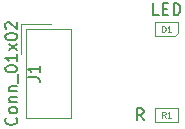
<source format=gbr>
%TF.GenerationSoftware,KiCad,Pcbnew,6.0.4+dfsg-1~bpo11+1*%
%TF.CreationDate,Date%
%TF.ProjectId,KibotTest,4b69626f-7454-4657-9374-2e6b69636164,rev?*%
%TF.SameCoordinates,Original*%
%TF.FileFunction,AssemblyDrawing,Top*%
%FSLAX46Y46*%
G04 Gerber Fmt 4.6, Leading zero omitted, Abs format (unit mm)*
G04 Created by KiCad*
%MOMM*%
%LPD*%
G01*
G04 APERTURE LIST*
%ADD10C,0.150000*%
%ADD11C,0.080000*%
%ADD12C,0.100000*%
G04 APERTURE END LIST*
D10*
%TO.C,D1*%
X57857142Y-44552380D02*
X57380952Y-44552380D01*
X57380952Y-43552380D01*
X58190476Y-44028571D02*
X58523809Y-44028571D01*
X58666666Y-44552380D02*
X58190476Y-44552380D01*
X58190476Y-43552380D01*
X58666666Y-43552380D01*
X59095238Y-44552380D02*
X59095238Y-43552380D01*
X59333333Y-43552380D01*
X59476190Y-43600000D01*
X59571428Y-43695238D01*
X59619047Y-43790476D01*
X59666666Y-43980952D01*
X59666666Y-44123809D01*
X59619047Y-44314285D01*
X59571428Y-44409523D01*
X59476190Y-44504761D01*
X59333333Y-44552380D01*
X59095238Y-44552380D01*
D11*
X58130952Y-45976190D02*
X58130952Y-45476190D01*
X58250000Y-45476190D01*
X58321428Y-45500000D01*
X58369047Y-45547619D01*
X58392857Y-45595238D01*
X58416666Y-45690476D01*
X58416666Y-45761904D01*
X58392857Y-45857142D01*
X58369047Y-45904761D01*
X58321428Y-45952380D01*
X58250000Y-45976190D01*
X58130952Y-45976190D01*
X58892857Y-45976190D02*
X58607142Y-45976190D01*
X58750000Y-45976190D02*
X58750000Y-45476190D01*
X58702380Y-45547619D01*
X58654761Y-45595238D01*
X58607142Y-45619047D01*
D10*
%TO.C,J1*%
X45757142Y-53238095D02*
X45804761Y-53285714D01*
X45852380Y-53428571D01*
X45852380Y-53523809D01*
X45804761Y-53666666D01*
X45709523Y-53761904D01*
X45614285Y-53809523D01*
X45423809Y-53857142D01*
X45280952Y-53857142D01*
X45090476Y-53809523D01*
X44995238Y-53761904D01*
X44900000Y-53666666D01*
X44852380Y-53523809D01*
X44852380Y-53428571D01*
X44900000Y-53285714D01*
X44947619Y-53238095D01*
X45852380Y-52666666D02*
X45804761Y-52761904D01*
X45757142Y-52809523D01*
X45661904Y-52857142D01*
X45376190Y-52857142D01*
X45280952Y-52809523D01*
X45233333Y-52761904D01*
X45185714Y-52666666D01*
X45185714Y-52523809D01*
X45233333Y-52428571D01*
X45280952Y-52380952D01*
X45376190Y-52333333D01*
X45661904Y-52333333D01*
X45757142Y-52380952D01*
X45804761Y-52428571D01*
X45852380Y-52523809D01*
X45852380Y-52666666D01*
X45185714Y-51904761D02*
X45852380Y-51904761D01*
X45280952Y-51904761D02*
X45233333Y-51857142D01*
X45185714Y-51761904D01*
X45185714Y-51619047D01*
X45233333Y-51523809D01*
X45328571Y-51476190D01*
X45852380Y-51476190D01*
X45185714Y-51000000D02*
X45852380Y-51000000D01*
X45280952Y-51000000D02*
X45233333Y-50952380D01*
X45185714Y-50857142D01*
X45185714Y-50714285D01*
X45233333Y-50619047D01*
X45328571Y-50571428D01*
X45852380Y-50571428D01*
X45947619Y-50333333D02*
X45947619Y-49571428D01*
X44852380Y-49142857D02*
X44852380Y-49047619D01*
X44900000Y-48952380D01*
X44947619Y-48904761D01*
X45042857Y-48857142D01*
X45233333Y-48809523D01*
X45471428Y-48809523D01*
X45661904Y-48857142D01*
X45757142Y-48904761D01*
X45804761Y-48952380D01*
X45852380Y-49047619D01*
X45852380Y-49142857D01*
X45804761Y-49238095D01*
X45757142Y-49285714D01*
X45661904Y-49333333D01*
X45471428Y-49380952D01*
X45233333Y-49380952D01*
X45042857Y-49333333D01*
X44947619Y-49285714D01*
X44900000Y-49238095D01*
X44852380Y-49142857D01*
X45852380Y-47857142D02*
X45852380Y-48428571D01*
X45852380Y-48142857D02*
X44852380Y-48142857D01*
X44995238Y-48238095D01*
X45090476Y-48333333D01*
X45138095Y-48428571D01*
X45852380Y-47523809D02*
X45185714Y-47000000D01*
X45185714Y-47523809D02*
X45852380Y-47000000D01*
X44852380Y-46428571D02*
X44852380Y-46333333D01*
X44900000Y-46238095D01*
X44947619Y-46190476D01*
X45042857Y-46142857D01*
X45233333Y-46095238D01*
X45471428Y-46095238D01*
X45661904Y-46142857D01*
X45757142Y-46190476D01*
X45804761Y-46238095D01*
X45852380Y-46333333D01*
X45852380Y-46428571D01*
X45804761Y-46523809D01*
X45757142Y-46571428D01*
X45661904Y-46619047D01*
X45471428Y-46666666D01*
X45233333Y-46666666D01*
X45042857Y-46619047D01*
X44947619Y-46571428D01*
X44900000Y-46523809D01*
X44852380Y-46428571D01*
X44947619Y-45714285D02*
X44900000Y-45666666D01*
X44852380Y-45571428D01*
X44852380Y-45333333D01*
X44900000Y-45238095D01*
X44947619Y-45190476D01*
X45042857Y-45142857D01*
X45138095Y-45142857D01*
X45280952Y-45190476D01*
X45852380Y-45761904D01*
X45852380Y-45142857D01*
X46752380Y-49833333D02*
X47466666Y-49833333D01*
X47609523Y-49880952D01*
X47704761Y-49976190D01*
X47752380Y-50119047D01*
X47752380Y-50214285D01*
X47752380Y-48833333D02*
X47752380Y-49404761D01*
X47752380Y-49119047D02*
X46752380Y-49119047D01*
X46895238Y-49214285D01*
X46990476Y-49309523D01*
X47038095Y-49404761D01*
%TO.C,R1*%
X56559523Y-53452380D02*
X56226190Y-52976190D01*
X55988095Y-53452380D02*
X55988095Y-52452380D01*
X56369047Y-52452380D01*
X56464285Y-52500000D01*
X56511904Y-52547619D01*
X56559523Y-52642857D01*
X56559523Y-52785714D01*
X56511904Y-52880952D01*
X56464285Y-52928571D01*
X56369047Y-52976190D01*
X55988095Y-52976190D01*
D11*
X58416666Y-53226190D02*
X58250000Y-52988095D01*
X58130952Y-53226190D02*
X58130952Y-52726190D01*
X58321428Y-52726190D01*
X58369047Y-52750000D01*
X58392857Y-52773809D01*
X58416666Y-52821428D01*
X58416666Y-52892857D01*
X58392857Y-52940476D01*
X58369047Y-52964285D01*
X58321428Y-52988095D01*
X58130952Y-52988095D01*
X58892857Y-53226190D02*
X58607142Y-53226190D01*
X58750000Y-53226190D02*
X58750000Y-52726190D01*
X58702380Y-52797619D01*
X58654761Y-52845238D01*
X58607142Y-52869047D01*
D12*
%TO.C,D1*%
X59500000Y-46050000D02*
X59500000Y-45150000D01*
X59500000Y-45150000D02*
X57500000Y-45150000D01*
X57500000Y-45150000D02*
X57500000Y-46350000D01*
X59200000Y-46350000D02*
X59500000Y-46050000D01*
X57500000Y-46350000D02*
X59200000Y-46350000D01*
%TO.C,J1*%
X48690000Y-45340000D02*
X46190000Y-45340000D01*
X50400000Y-45750000D02*
X46600000Y-45750000D01*
X50400000Y-53250000D02*
X50400000Y-45750000D01*
X46600000Y-53250000D02*
X50400000Y-53250000D01*
X46190000Y-45340000D02*
X46190000Y-47840000D01*
X46600000Y-45750000D02*
X46600000Y-53250000D01*
%TO.C,R1*%
X57500000Y-53625000D02*
X57500000Y-52375000D01*
X59500000Y-52375000D02*
X59500000Y-53625000D01*
X59500000Y-53625000D02*
X57500000Y-53625000D01*
X57500000Y-52375000D02*
X59500000Y-52375000D01*
%TD*%
M02*

</source>
